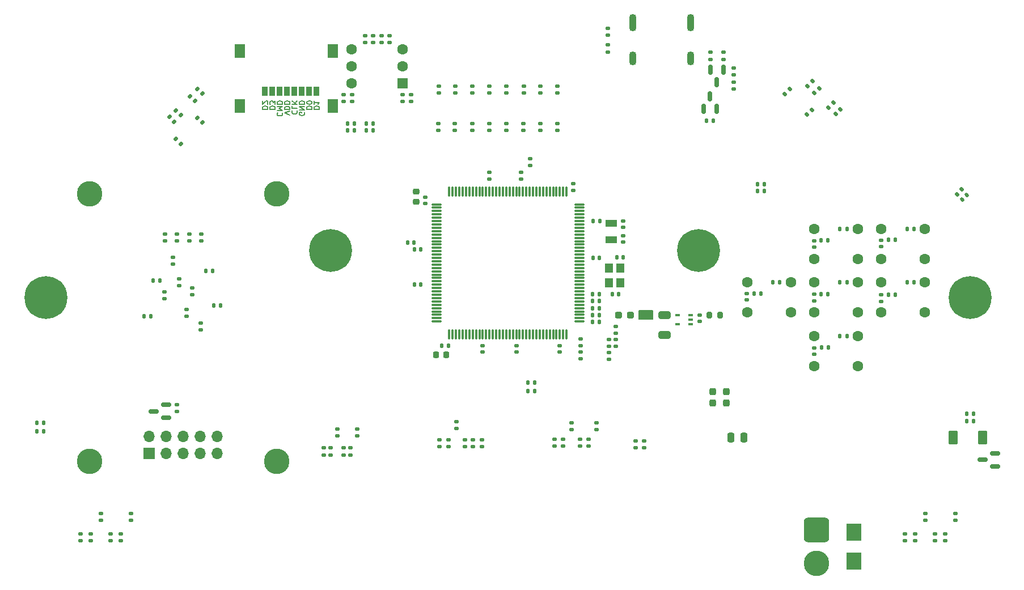
<source format=gbr>
%TF.GenerationSoftware,KiCad,Pcbnew,8.0.7*%
%TF.CreationDate,2025-04-13T15:12:29-04:00*%
%TF.ProjectId,control,636f6e74-726f-46c2-9e6b-696361645f70,rev?*%
%TF.SameCoordinates,Original*%
%TF.FileFunction,Soldermask,Bot*%
%TF.FilePolarity,Negative*%
%FSLAX46Y46*%
G04 Gerber Fmt 4.6, Leading zero omitted, Abs format (unit mm)*
G04 Created by KiCad (PCBNEW 8.0.7) date 2025-04-13 15:12:29*
%MOMM*%
%LPD*%
G01*
G04 APERTURE LIST*
G04 Aperture macros list*
%AMRoundRect*
0 Rectangle with rounded corners*
0 $1 Rounding radius*
0 $2 $3 $4 $5 $6 $7 $8 $9 X,Y pos of 4 corners*
0 Add a 4 corners polygon primitive as box body*
4,1,4,$2,$3,$4,$5,$6,$7,$8,$9,$2,$3,0*
0 Add four circle primitives for the rounded corners*
1,1,$1+$1,$2,$3*
1,1,$1+$1,$4,$5*
1,1,$1+$1,$6,$7*
1,1,$1+$1,$8,$9*
0 Add four rect primitives between the rounded corners*
20,1,$1+$1,$2,$3,$4,$5,0*
20,1,$1+$1,$4,$5,$6,$7,0*
20,1,$1+$1,$6,$7,$8,$9,0*
20,1,$1+$1,$8,$9,$2,$3,0*%
%AMFreePoly0*
4,1,6,1.037000,0.000000,0.437000,-0.600000,-0.150000,-0.600000,-0.150000,0.600000,0.437000,0.600000,1.037000,0.000000,1.037000,0.000000,$1*%
%AMFreePoly1*
4,1,6,0.150000,-0.600000,-1.037000,-0.600000,-0.437000,0.000000,-1.037000,0.600000,0.150000,0.600000,0.150000,-0.600000,0.150000,-0.600000,$1*%
G04 Aperture macros list end*
%ADD10C,0.150000*%
%ADD11C,0.160000*%
%ADD12R,1.600000X1.600000*%
%ADD13C,1.600000*%
%ADD14C,3.600000*%
%ADD15C,6.400000*%
%ADD16O,1.100000X2.100000*%
%ADD17O,1.100000X2.600000*%
%ADD18C,3.800000*%
%ADD19R,1.700000X1.700000*%
%ADD20O,1.700000X1.700000*%
%ADD21RoundRect,0.140000X-0.170000X0.140000X-0.170000X-0.140000X0.170000X-0.140000X0.170000X0.140000X0*%
%ADD22RoundRect,0.135000X-0.135000X-0.185000X0.135000X-0.185000X0.135000X0.185000X-0.135000X0.185000X0*%
%ADD23RoundRect,0.135000X0.185000X-0.135000X0.185000X0.135000X-0.185000X0.135000X-0.185000X-0.135000X0*%
%ADD24RoundRect,0.135000X-0.185000X0.135000X-0.185000X-0.135000X0.185000X-0.135000X0.185000X0.135000X0*%
%ADD25RoundRect,0.140000X0.170000X-0.140000X0.170000X0.140000X-0.170000X0.140000X-0.170000X-0.140000X0*%
%ADD26RoundRect,0.237500X-0.237500X0.287500X-0.237500X-0.287500X0.237500X-0.287500X0.237500X0.287500X0*%
%ADD27RoundRect,0.150000X0.587500X0.150000X-0.587500X0.150000X-0.587500X-0.150000X0.587500X-0.150000X0*%
%ADD28RoundRect,0.150000X0.150000X-0.587500X0.150000X0.587500X-0.150000X0.587500X-0.150000X-0.587500X0*%
%ADD29RoundRect,0.140000X-0.140000X-0.170000X0.140000X-0.170000X0.140000X0.170000X-0.140000X0.170000X0*%
%ADD30RoundRect,0.135000X0.135000X0.185000X-0.135000X0.185000X-0.135000X-0.185000X0.135000X-0.185000X0*%
%ADD31RoundRect,0.135000X0.035355X-0.226274X0.226274X-0.035355X-0.035355X0.226274X-0.226274X0.035355X0*%
%ADD32FreePoly0,180.000000*%
%ADD33FreePoly1,180.000000*%
%ADD34RoundRect,0.225000X0.250000X-0.225000X0.250000X0.225000X-0.250000X0.225000X-0.250000X-0.225000X0*%
%ADD35RoundRect,0.237500X0.287500X0.237500X-0.287500X0.237500X-0.287500X-0.237500X0.287500X-0.237500X0*%
%ADD36RoundRect,0.200000X0.200000X0.275000X-0.200000X0.275000X-0.200000X-0.275000X0.200000X-0.275000X0*%
%ADD37RoundRect,0.135000X0.226274X0.035355X0.035355X0.226274X-0.226274X-0.035355X-0.035355X-0.226274X0*%
%ADD38RoundRect,0.140000X0.140000X0.170000X-0.140000X0.170000X-0.140000X-0.170000X0.140000X-0.170000X0*%
%ADD39R,1.200000X1.400000*%
%ADD40RoundRect,0.140000X-0.021213X0.219203X-0.219203X0.021213X0.021213X-0.219203X0.219203X-0.021213X0*%
%ADD41RoundRect,0.050000X0.400000X0.600000X-0.400000X0.600000X-0.400000X-0.600000X0.400000X-0.600000X0*%
%ADD42RoundRect,0.050000X0.750000X1.000000X-0.750000X1.000000X-0.750000X-1.000000X0.750000X-1.000000X0*%
%ADD43RoundRect,0.135000X-0.035355X0.226274X-0.226274X0.035355X0.035355X-0.226274X0.226274X-0.035355X0*%
%ADD44RoundRect,0.250000X0.250000X0.475000X-0.250000X0.475000X-0.250000X-0.475000X0.250000X-0.475000X0*%
%ADD45RoundRect,0.250000X-0.450000X-0.800000X0.450000X-0.800000X0.450000X0.800000X-0.450000X0.800000X0*%
%ADD46RoundRect,0.135000X-0.226274X-0.035355X-0.035355X-0.226274X0.226274X0.035355X0.035355X0.226274X0*%
%ADD47RoundRect,0.075000X0.662500X0.075000X-0.662500X0.075000X-0.662500X-0.075000X0.662500X-0.075000X0*%
%ADD48RoundRect,0.075000X0.075000X0.662500X-0.075000X0.662500X-0.075000X-0.662500X0.075000X-0.662500X0*%
%ADD49RoundRect,0.100000X0.225000X0.100000X-0.225000X0.100000X-0.225000X-0.100000X0.225000X-0.100000X0*%
%ADD50R,1.800000X1.000000*%
%ADD51R,2.300000X2.500000*%
%ADD52RoundRect,0.150000X-0.150000X0.587500X-0.150000X-0.587500X0.150000X-0.587500X0.150000X0.587500X0*%
%ADD53RoundRect,0.760000X-1.140000X1.140000X-1.140000X-1.140000X1.140000X-1.140000X1.140000X1.140000X0*%
%ADD54RoundRect,0.250000X-0.650000X0.325000X-0.650000X-0.325000X0.650000X-0.325000X0.650000X0.325000X0*%
%ADD55RoundRect,0.225000X0.225000X0.250000X-0.225000X0.250000X-0.225000X-0.250000X0.225000X-0.250000X0*%
G04 APERTURE END LIST*
D10*
X121057704Y-76879636D02*
X121857704Y-76879636D01*
X121857704Y-76879636D02*
X121857704Y-76689160D01*
X121857704Y-76689160D02*
X121819609Y-76574874D01*
X121819609Y-76574874D02*
X121743419Y-76498684D01*
X121743419Y-76498684D02*
X121667228Y-76460589D01*
X121667228Y-76460589D02*
X121514847Y-76422493D01*
X121514847Y-76422493D02*
X121400561Y-76422493D01*
X121400561Y-76422493D02*
X121248180Y-76460589D01*
X121248180Y-76460589D02*
X121171990Y-76498684D01*
X121171990Y-76498684D02*
X121095800Y-76574874D01*
X121095800Y-76574874D02*
X121057704Y-76689160D01*
X121057704Y-76689160D02*
X121057704Y-76879636D01*
X121057704Y-75660589D02*
X121057704Y-76117732D01*
X121057704Y-75889160D02*
X121857704Y-75889160D01*
X121857704Y-75889160D02*
X121743419Y-75965351D01*
X121743419Y-75965351D02*
X121667228Y-76041541D01*
X121667228Y-76041541D02*
X121629133Y-76117732D01*
X113357704Y-76879636D02*
X114157704Y-76879636D01*
X114157704Y-76879636D02*
X114157704Y-76689160D01*
X114157704Y-76689160D02*
X114119609Y-76574874D01*
X114119609Y-76574874D02*
X114043419Y-76498684D01*
X114043419Y-76498684D02*
X113967228Y-76460589D01*
X113967228Y-76460589D02*
X113814847Y-76422493D01*
X113814847Y-76422493D02*
X113700561Y-76422493D01*
X113700561Y-76422493D02*
X113548180Y-76460589D01*
X113548180Y-76460589D02*
X113471990Y-76498684D01*
X113471990Y-76498684D02*
X113395800Y-76574874D01*
X113395800Y-76574874D02*
X113357704Y-76689160D01*
X113357704Y-76689160D02*
X113357704Y-76879636D01*
X114081514Y-76117732D02*
X114119609Y-76079636D01*
X114119609Y-76079636D02*
X114157704Y-76003446D01*
X114157704Y-76003446D02*
X114157704Y-75812970D01*
X114157704Y-75812970D02*
X114119609Y-75736779D01*
X114119609Y-75736779D02*
X114081514Y-75698684D01*
X114081514Y-75698684D02*
X114005323Y-75660589D01*
X114005323Y-75660589D02*
X113929133Y-75660589D01*
X113929133Y-75660589D02*
X113814847Y-75698684D01*
X113814847Y-75698684D02*
X113357704Y-76155827D01*
X113357704Y-76155827D02*
X113357704Y-75660589D01*
X119957704Y-76879636D02*
X120757704Y-76879636D01*
X120757704Y-76879636D02*
X120757704Y-76689160D01*
X120757704Y-76689160D02*
X120719609Y-76574874D01*
X120719609Y-76574874D02*
X120643419Y-76498684D01*
X120643419Y-76498684D02*
X120567228Y-76460589D01*
X120567228Y-76460589D02*
X120414847Y-76422493D01*
X120414847Y-76422493D02*
X120300561Y-76422493D01*
X120300561Y-76422493D02*
X120148180Y-76460589D01*
X120148180Y-76460589D02*
X120071990Y-76498684D01*
X120071990Y-76498684D02*
X119995800Y-76574874D01*
X119995800Y-76574874D02*
X119957704Y-76689160D01*
X119957704Y-76689160D02*
X119957704Y-76879636D01*
X120757704Y-75927255D02*
X120757704Y-75851065D01*
X120757704Y-75851065D02*
X120719609Y-75774874D01*
X120719609Y-75774874D02*
X120681514Y-75736779D01*
X120681514Y-75736779D02*
X120605323Y-75698684D01*
X120605323Y-75698684D02*
X120452942Y-75660589D01*
X120452942Y-75660589D02*
X120262466Y-75660589D01*
X120262466Y-75660589D02*
X120110085Y-75698684D01*
X120110085Y-75698684D02*
X120033895Y-75736779D01*
X120033895Y-75736779D02*
X119995800Y-75774874D01*
X119995800Y-75774874D02*
X119957704Y-75851065D01*
X119957704Y-75851065D02*
X119957704Y-75927255D01*
X119957704Y-75927255D02*
X119995800Y-76003446D01*
X119995800Y-76003446D02*
X120033895Y-76041541D01*
X120033895Y-76041541D02*
X120110085Y-76079636D01*
X120110085Y-76079636D02*
X120262466Y-76117732D01*
X120262466Y-76117732D02*
X120452942Y-76117732D01*
X120452942Y-76117732D02*
X120605323Y-76079636D01*
X120605323Y-76079636D02*
X120681514Y-76041541D01*
X120681514Y-76041541D02*
X120719609Y-76003446D01*
X120719609Y-76003446D02*
X120757704Y-75927255D01*
X115633895Y-77374874D02*
X115595800Y-77412970D01*
X115595800Y-77412970D02*
X115557704Y-77527255D01*
X115557704Y-77527255D02*
X115557704Y-77603446D01*
X115557704Y-77603446D02*
X115595800Y-77717732D01*
X115595800Y-77717732D02*
X115671990Y-77793922D01*
X115671990Y-77793922D02*
X115748180Y-77832017D01*
X115748180Y-77832017D02*
X115900561Y-77870113D01*
X115900561Y-77870113D02*
X116014847Y-77870113D01*
X116014847Y-77870113D02*
X116167228Y-77832017D01*
X116167228Y-77832017D02*
X116243419Y-77793922D01*
X116243419Y-77793922D02*
X116319609Y-77717732D01*
X116319609Y-77717732D02*
X116357704Y-77603446D01*
X116357704Y-77603446D02*
X116357704Y-77527255D01*
X116357704Y-77527255D02*
X116319609Y-77412970D01*
X116319609Y-77412970D02*
X116281514Y-77374874D01*
X115557704Y-77032017D02*
X116357704Y-77032017D01*
X116357704Y-77032017D02*
X115786276Y-76765351D01*
X115786276Y-76765351D02*
X116357704Y-76498684D01*
X116357704Y-76498684D02*
X115557704Y-76498684D01*
X115557704Y-76117731D02*
X116357704Y-76117731D01*
X116357704Y-76117731D02*
X116357704Y-75927255D01*
X116357704Y-75927255D02*
X116319609Y-75812969D01*
X116319609Y-75812969D02*
X116243419Y-75736779D01*
X116243419Y-75736779D02*
X116167228Y-75698684D01*
X116167228Y-75698684D02*
X116014847Y-75660588D01*
X116014847Y-75660588D02*
X115900561Y-75660588D01*
X115900561Y-75660588D02*
X115748180Y-75698684D01*
X115748180Y-75698684D02*
X115671990Y-75736779D01*
X115671990Y-75736779D02*
X115595800Y-75812969D01*
X115595800Y-75812969D02*
X115557704Y-75927255D01*
X115557704Y-75927255D02*
X115557704Y-76117731D01*
X114457704Y-76879636D02*
X115257704Y-76879636D01*
X115257704Y-76879636D02*
X115257704Y-76689160D01*
X115257704Y-76689160D02*
X115219609Y-76574874D01*
X115219609Y-76574874D02*
X115143419Y-76498684D01*
X115143419Y-76498684D02*
X115067228Y-76460589D01*
X115067228Y-76460589D02*
X114914847Y-76422493D01*
X114914847Y-76422493D02*
X114800561Y-76422493D01*
X114800561Y-76422493D02*
X114648180Y-76460589D01*
X114648180Y-76460589D02*
X114571990Y-76498684D01*
X114571990Y-76498684D02*
X114495800Y-76574874D01*
X114495800Y-76574874D02*
X114457704Y-76689160D01*
X114457704Y-76689160D02*
X114457704Y-76879636D01*
X115257704Y-76155827D02*
X115257704Y-75660589D01*
X115257704Y-75660589D02*
X114952942Y-75927255D01*
X114952942Y-75927255D02*
X114952942Y-75812970D01*
X114952942Y-75812970D02*
X114914847Y-75736779D01*
X114914847Y-75736779D02*
X114876752Y-75698684D01*
X114876752Y-75698684D02*
X114800561Y-75660589D01*
X114800561Y-75660589D02*
X114610085Y-75660589D01*
X114610085Y-75660589D02*
X114533895Y-75698684D01*
X114533895Y-75698684D02*
X114495800Y-75736779D01*
X114495800Y-75736779D02*
X114457704Y-75812970D01*
X114457704Y-75812970D02*
X114457704Y-76041541D01*
X114457704Y-76041541D02*
X114495800Y-76117732D01*
X114495800Y-76117732D02*
X114533895Y-76155827D01*
X117457704Y-77717731D02*
X116657704Y-77451064D01*
X116657704Y-77451064D02*
X117457704Y-77184398D01*
X116657704Y-76917731D02*
X117457704Y-76917731D01*
X117457704Y-76917731D02*
X117457704Y-76727255D01*
X117457704Y-76727255D02*
X117419609Y-76612969D01*
X117419609Y-76612969D02*
X117343419Y-76536779D01*
X117343419Y-76536779D02*
X117267228Y-76498684D01*
X117267228Y-76498684D02*
X117114847Y-76460588D01*
X117114847Y-76460588D02*
X117000561Y-76460588D01*
X117000561Y-76460588D02*
X116848180Y-76498684D01*
X116848180Y-76498684D02*
X116771990Y-76536779D01*
X116771990Y-76536779D02*
X116695800Y-76612969D01*
X116695800Y-76612969D02*
X116657704Y-76727255D01*
X116657704Y-76727255D02*
X116657704Y-76917731D01*
X116657704Y-76117731D02*
X117457704Y-76117731D01*
X117457704Y-76117731D02*
X117457704Y-75927255D01*
X117457704Y-75927255D02*
X117419609Y-75812969D01*
X117419609Y-75812969D02*
X117343419Y-75736779D01*
X117343419Y-75736779D02*
X117267228Y-75698684D01*
X117267228Y-75698684D02*
X117114847Y-75660588D01*
X117114847Y-75660588D02*
X117000561Y-75660588D01*
X117000561Y-75660588D02*
X116848180Y-75698684D01*
X116848180Y-75698684D02*
X116771990Y-75736779D01*
X116771990Y-75736779D02*
X116695800Y-75812969D01*
X116695800Y-75812969D02*
X116657704Y-75927255D01*
X116657704Y-75927255D02*
X116657704Y-76117731D01*
X117833895Y-77108207D02*
X117795800Y-77146303D01*
X117795800Y-77146303D02*
X117757704Y-77260588D01*
X117757704Y-77260588D02*
X117757704Y-77336779D01*
X117757704Y-77336779D02*
X117795800Y-77451065D01*
X117795800Y-77451065D02*
X117871990Y-77527255D01*
X117871990Y-77527255D02*
X117948180Y-77565350D01*
X117948180Y-77565350D02*
X118100561Y-77603446D01*
X118100561Y-77603446D02*
X118214847Y-77603446D01*
X118214847Y-77603446D02*
X118367228Y-77565350D01*
X118367228Y-77565350D02*
X118443419Y-77527255D01*
X118443419Y-77527255D02*
X118519609Y-77451065D01*
X118519609Y-77451065D02*
X118557704Y-77336779D01*
X118557704Y-77336779D02*
X118557704Y-77260588D01*
X118557704Y-77260588D02*
X118519609Y-77146303D01*
X118519609Y-77146303D02*
X118481514Y-77108207D01*
X117757704Y-76384398D02*
X117757704Y-76765350D01*
X117757704Y-76765350D02*
X118557704Y-76765350D01*
X117757704Y-76117731D02*
X118557704Y-76117731D01*
X117757704Y-75660588D02*
X118214847Y-76003446D01*
X118557704Y-75660588D02*
X118100561Y-76117731D01*
X119619609Y-77336779D02*
X119657704Y-77412969D01*
X119657704Y-77412969D02*
X119657704Y-77527255D01*
X119657704Y-77527255D02*
X119619609Y-77641541D01*
X119619609Y-77641541D02*
X119543419Y-77717731D01*
X119543419Y-77717731D02*
X119467228Y-77755826D01*
X119467228Y-77755826D02*
X119314847Y-77793922D01*
X119314847Y-77793922D02*
X119200561Y-77793922D01*
X119200561Y-77793922D02*
X119048180Y-77755826D01*
X119048180Y-77755826D02*
X118971990Y-77717731D01*
X118971990Y-77717731D02*
X118895800Y-77641541D01*
X118895800Y-77641541D02*
X118857704Y-77527255D01*
X118857704Y-77527255D02*
X118857704Y-77451064D01*
X118857704Y-77451064D02*
X118895800Y-77336779D01*
X118895800Y-77336779D02*
X118933895Y-77298683D01*
X118933895Y-77298683D02*
X119200561Y-77298683D01*
X119200561Y-77298683D02*
X119200561Y-77451064D01*
X118857704Y-76955826D02*
X119657704Y-76955826D01*
X119657704Y-76955826D02*
X118857704Y-76498683D01*
X118857704Y-76498683D02*
X119657704Y-76498683D01*
X118857704Y-76117731D02*
X119657704Y-76117731D01*
X119657704Y-76117731D02*
X119657704Y-75927255D01*
X119657704Y-75927255D02*
X119619609Y-75812969D01*
X119619609Y-75812969D02*
X119543419Y-75736779D01*
X119543419Y-75736779D02*
X119467228Y-75698684D01*
X119467228Y-75698684D02*
X119314847Y-75660588D01*
X119314847Y-75660588D02*
X119200561Y-75660588D01*
X119200561Y-75660588D02*
X119048180Y-75698684D01*
X119048180Y-75698684D02*
X118971990Y-75736779D01*
X118971990Y-75736779D02*
X118895800Y-75812969D01*
X118895800Y-75812969D02*
X118857704Y-75927255D01*
X118857704Y-75927255D02*
X118857704Y-76117731D01*
D11*
%TO.C,JP1*%
X171600000Y-108200000D02*
X169600000Y-108200000D01*
X169600000Y-107000000D01*
X171600000Y-107000000D01*
X171600000Y-108200000D01*
G36*
X171600000Y-108200000D02*
G01*
X169600000Y-108200000D01*
X169600000Y-107000000D01*
X171600000Y-107000000D01*
X171600000Y-108200000D01*
G37*
%TD*%
D12*
%TO.C,SW4*%
X134310000Y-73040000D03*
D13*
X134310000Y-67960000D03*
X126690000Y-67960000D03*
X126690000Y-73040000D03*
X134310000Y-70500000D03*
X126690000Y-70500000D03*
%TD*%
%TO.C,SW11*%
X185730000Y-102750000D03*
X192230000Y-102750000D03*
X185730000Y-107250000D03*
X192230000Y-107250000D03*
%TD*%
%TO.C,SW8*%
X195750000Y-102750000D03*
X202250000Y-102750000D03*
X195750000Y-107250000D03*
X202250000Y-107250000D03*
%TD*%
D14*
%TO.C,H1*%
X81000000Y-105000000D03*
D15*
X81000000Y-105000000D03*
%TD*%
D16*
%TO.C,P1*%
X177320000Y-69305000D03*
D17*
X177320000Y-63945000D03*
D16*
X168680000Y-69305000D03*
D17*
X168680000Y-63945000D03*
%TD*%
D13*
%TO.C,SW12*%
X195750000Y-94750000D03*
X202250000Y-94750000D03*
X195750000Y-99250000D03*
X202250000Y-99250000D03*
%TD*%
D18*
%TO.C,H5*%
X115500000Y-89500000D03*
%TD*%
D14*
%TO.C,H4*%
X178500000Y-98000000D03*
D15*
X178500000Y-98000000D03*
%TD*%
D13*
%TO.C,SW10*%
X205750000Y-102750000D03*
X212250000Y-102750000D03*
X205750000Y-107250000D03*
X212250000Y-107250000D03*
%TD*%
D18*
%TO.C,H7*%
X115500000Y-129500000D03*
%TD*%
D13*
%TO.C,SW7*%
X205750000Y-94750000D03*
X212250000Y-94750000D03*
X205750000Y-99250000D03*
X212250000Y-99250000D03*
%TD*%
%TO.C,SW9*%
X195750000Y-110750000D03*
X202250000Y-110750000D03*
X195750000Y-115250000D03*
X202250000Y-115250000D03*
%TD*%
D14*
%TO.C,H2*%
X219000000Y-105000000D03*
D15*
X219000000Y-105000000D03*
%TD*%
D18*
%TO.C,H8*%
X87500000Y-129500000D03*
%TD*%
%TO.C,H6*%
X87500000Y-89500000D03*
%TD*%
D14*
%TO.C,H3*%
X123500000Y-98000000D03*
D15*
X123500000Y-98000000D03*
%TD*%
D19*
%TO.C,J15*%
X96425000Y-128275000D03*
D20*
X96425000Y-125735000D03*
X98965000Y-128275000D03*
X98965000Y-125735000D03*
X101505000Y-128275000D03*
X101505000Y-125735000D03*
X104045000Y-128275000D03*
X104045000Y-125735000D03*
X106585000Y-128275000D03*
X106585000Y-125735000D03*
%TD*%
D21*
%TO.C,C35*%
X205700000Y-104620000D03*
X205700000Y-105580000D03*
%TD*%
D22*
%TO.C,R71*%
X96990000Y-102500000D03*
X98010000Y-102500000D03*
%TD*%
D23*
%TO.C,R111*%
X104200000Y-96510000D03*
X104200000Y-95490000D03*
%TD*%
D24*
%TO.C,R90*%
X147250000Y-78990000D03*
X147250000Y-80010000D03*
%TD*%
%TO.C,R63*%
X125500000Y-74690000D03*
X125500000Y-75710000D03*
%TD*%
D25*
%TO.C,C23*%
X137650000Y-90980000D03*
X137650000Y-90020000D03*
%TD*%
D26*
%TO.C,F7*%
X182600000Y-119025000D03*
X182600000Y-120775000D03*
%TD*%
D24*
%TO.C,R47*%
X163250000Y-123690000D03*
X163250000Y-124710000D03*
%TD*%
D27*
%TO.C,Q4*%
X98937500Y-121037500D03*
X98937500Y-122937500D03*
X97062500Y-121987500D03*
%TD*%
D23*
%TO.C,R65*%
X100000000Y-100010000D03*
X100000000Y-98990000D03*
%TD*%
D28*
%TO.C,Q2*%
X181150000Y-76850000D03*
X179250000Y-76850000D03*
X180200000Y-74975000D03*
%TD*%
D23*
%TO.C,R82*%
X104100000Y-109810000D03*
X104100000Y-108790000D03*
%TD*%
%TO.C,R6*%
X183700000Y-73860000D03*
X183700000Y-72840000D03*
%TD*%
D22*
%TO.C,R87*%
X206790000Y-96400000D03*
X207810000Y-96400000D03*
%TD*%
D25*
%TO.C,C3*%
X167200000Y-96730000D03*
X167200000Y-95770000D03*
%TD*%
D29*
%TO.C,C17*%
X162670000Y-104500000D03*
X163630000Y-104500000D03*
%TD*%
D24*
%TO.C,R19*%
X93700000Y-137290000D03*
X93700000Y-138310000D03*
%TD*%
%TO.C,R89*%
X149750000Y-78990000D03*
X149750000Y-80010000D03*
%TD*%
%TO.C,R122*%
X124500000Y-124690000D03*
X124500000Y-125710000D03*
%TD*%
D30*
%TO.C,R94*%
X200610000Y-102750000D03*
X199590000Y-102750000D03*
%TD*%
D31*
%TO.C,R35*%
X191350000Y-74600000D03*
X192071248Y-73878752D03*
%TD*%
D32*
%TO.C,JP1*%
X171450000Y-107600000D03*
D33*
X169750000Y-107600000D03*
%TD*%
D34*
%TO.C,C15*%
X136320000Y-90695000D03*
X136320000Y-89145000D03*
%TD*%
D24*
%TO.C,R18*%
X89200000Y-137290000D03*
X89200000Y-138310000D03*
%TD*%
%TO.C,R59*%
X126700000Y-74690000D03*
X126700000Y-75710000D03*
%TD*%
D30*
%TO.C,R107*%
X200610000Y-110750000D03*
X199590000Y-110750000D03*
%TD*%
D24*
%TO.C,R99*%
X154850000Y-73440000D03*
X154850000Y-74460000D03*
%TD*%
D23*
%TO.C,R51*%
X143600000Y-127310000D03*
X143600000Y-126290000D03*
%TD*%
D24*
%TO.C,R125*%
X122500000Y-127490000D03*
X122500000Y-128510000D03*
%TD*%
D35*
%TO.C,F8*%
X168275000Y-107600000D03*
X166525000Y-107600000D03*
%TD*%
D21*
%TO.C,C36*%
X185700000Y-104420000D03*
X185700000Y-105380000D03*
%TD*%
%TO.C,C34*%
X195700000Y-112520000D03*
X195700000Y-113480000D03*
%TD*%
D36*
%TO.C,L1*%
X181725000Y-107600000D03*
X180075000Y-107600000D03*
%TD*%
D31*
%TO.C,R36*%
X197889376Y-76610624D03*
X198610624Y-75889376D03*
%TD*%
D24*
%TO.C,R98*%
X157400000Y-73440000D03*
X157400000Y-74460000D03*
%TD*%
%TO.C,R58*%
X170350000Y-126390000D03*
X170350000Y-127410000D03*
%TD*%
D37*
%TO.C,R30*%
X103260624Y-75660624D03*
X102539376Y-74939376D03*
%TD*%
D30*
%TO.C,R115*%
X190610000Y-102750000D03*
X189590000Y-102750000D03*
%TD*%
%TO.C,R25*%
X188310000Y-88100000D03*
X187290000Y-88100000D03*
%TD*%
D21*
%TO.C,C4*%
X167200000Y-93570000D03*
X167200000Y-94530000D03*
%TD*%
D24*
%TO.C,R103*%
X144700000Y-73440000D03*
X144700000Y-74460000D03*
%TD*%
D29*
%TO.C,C8*%
X162670000Y-108650000D03*
X163630000Y-108650000D03*
%TD*%
D38*
%TO.C,C6*%
X135980000Y-96800000D03*
X135020000Y-96800000D03*
%TD*%
D21*
%TO.C,C32*%
X205700000Y-96420000D03*
X205700000Y-97380000D03*
%TD*%
D24*
%TO.C,R85*%
X154850000Y-78990000D03*
X154850000Y-80010000D03*
%TD*%
D21*
%TO.C,C19*%
X151250000Y-112200000D03*
X151250000Y-113160000D03*
%TD*%
D24*
%TO.C,R4*%
X180250000Y-68390000D03*
X180250000Y-69410000D03*
%TD*%
D39*
%TO.C,Y2*%
X165100000Y-102850000D03*
X165100000Y-100650000D03*
X166800000Y-100650000D03*
X166800000Y-102850000D03*
%TD*%
D24*
%TO.C,R124*%
X123500000Y-127490000D03*
X123500000Y-128510000D03*
%TD*%
D22*
%TO.C,R77*%
X126090000Y-79000000D03*
X127110000Y-79000000D03*
%TD*%
D24*
%TO.C,R13*%
X165050000Y-113190000D03*
X165050000Y-114210000D03*
%TD*%
D37*
%TO.C,R28*%
X104360624Y-78860624D03*
X103639376Y-78139376D03*
%TD*%
D30*
%TO.C,R62*%
X80710000Y-123700000D03*
X79690000Y-123700000D03*
%TD*%
D40*
%TO.C,C13*%
X218539411Y-89660589D03*
X217860589Y-90339411D03*
%TD*%
D30*
%TO.C,R93*%
X210610000Y-94750000D03*
X209590000Y-94750000D03*
%TD*%
%TO.C,R24*%
X188310000Y-89100000D03*
X187290000Y-89100000D03*
%TD*%
D24*
%TO.C,R100*%
X152350000Y-73440000D03*
X152350000Y-74460000D03*
%TD*%
D29*
%TO.C,C7*%
X162670000Y-107650000D03*
X163630000Y-107650000D03*
%TD*%
D27*
%TO.C,Q3*%
X222737500Y-128300000D03*
X222737500Y-130200000D03*
X220862500Y-129250000D03*
%TD*%
D24*
%TO.C,R5*%
X182150000Y-68390000D03*
X182150000Y-69410000D03*
%TD*%
D38*
%TO.C,C5*%
X136980000Y-97800000D03*
X136020000Y-97800000D03*
%TD*%
D41*
%TO.C,J1*%
X113720000Y-74200000D03*
X114820000Y-74200000D03*
X115920000Y-74200000D03*
X117020000Y-74200000D03*
X118120000Y-74200000D03*
X119220000Y-74200000D03*
X120320000Y-74200000D03*
X121420000Y-74200000D03*
D42*
X123890000Y-68200000D03*
X123890000Y-76400000D03*
X110000000Y-68200000D03*
X110000000Y-76400000D03*
%TD*%
D43*
%TO.C,R33*%
X196500000Y-73750000D03*
X195778752Y-74471248D03*
%TD*%
D25*
%TO.C,C24*%
X147250000Y-87280000D03*
X147250000Y-86320000D03*
%TD*%
D23*
%TO.C,R7*%
X183700000Y-71760000D03*
X183700000Y-70740000D03*
%TD*%
D24*
%TO.C,R68*%
X132300000Y-65890000D03*
X132300000Y-66910000D03*
%TD*%
D23*
%TO.C,R120*%
X126500000Y-128510000D03*
X126500000Y-127490000D03*
%TD*%
D24*
%TO.C,R10*%
X165050000Y-111240000D03*
X165050000Y-112260000D03*
%TD*%
D22*
%TO.C,R106*%
X196840000Y-112500000D03*
X197860000Y-112500000D03*
%TD*%
%TO.C,R88*%
X196790000Y-104500000D03*
X197810000Y-104500000D03*
%TD*%
D26*
%TO.C,F6*%
X180600000Y-119025000D03*
X180600000Y-120775000D03*
%TD*%
D24*
%TO.C,R64*%
X134300000Y-74690000D03*
X134300000Y-75710000D03*
%TD*%
D23*
%TO.C,R108*%
X98800000Y-96510000D03*
X98800000Y-95490000D03*
%TD*%
%TO.C,R38*%
X215300000Y-141310000D03*
X215300000Y-140290000D03*
%TD*%
D24*
%TO.C,R101*%
X149800000Y-73440000D03*
X149800000Y-74460000D03*
%TD*%
%TO.C,R105*%
X139650000Y-73440000D03*
X139650000Y-74460000D03*
%TD*%
D44*
%TO.C,C38*%
X185200000Y-125950000D03*
X183300000Y-125950000D03*
%TD*%
D23*
%TO.C,R76*%
X102000000Y-107810000D03*
X102000000Y-106790000D03*
%TD*%
%TO.C,R79*%
X98700000Y-105210000D03*
X98700000Y-104190000D03*
%TD*%
D24*
%TO.C,R69*%
X128700000Y-65890000D03*
X128700000Y-66910000D03*
%TD*%
D45*
%TO.C,D9*%
X216500000Y-125900000D03*
X220900000Y-125900000D03*
%TD*%
D38*
%TO.C,C21*%
X141100000Y-112250000D03*
X140140000Y-112250000D03*
%TD*%
D22*
%TO.C,R113*%
X186790000Y-104400000D03*
X187810000Y-104400000D03*
%TD*%
D31*
%TO.C,R37*%
X198928752Y-77621248D03*
X199650000Y-76900000D03*
%TD*%
D23*
%TO.C,R17*%
X90700000Y-141310000D03*
X90700000Y-140290000D03*
%TD*%
D46*
%TO.C,R26*%
X99439376Y-78039376D03*
X100160624Y-78760624D03*
%TD*%
D23*
%TO.C,R56*%
X169100000Y-127410000D03*
X169100000Y-126390000D03*
%TD*%
D22*
%TO.C,R81*%
X95690000Y-107800000D03*
X96710000Y-107800000D03*
%TD*%
D24*
%TO.C,R55*%
X139800000Y-126290000D03*
X139800000Y-127310000D03*
%TD*%
D22*
%TO.C,R22*%
X152990000Y-117700000D03*
X154010000Y-117700000D03*
%TD*%
%TO.C,R66*%
X104890000Y-101000000D03*
X105910000Y-101000000D03*
%TD*%
D24*
%TO.C,R119*%
X100600000Y-121040000D03*
X100600000Y-122060000D03*
%TD*%
%TO.C,R54*%
X141100000Y-126290000D03*
X141100000Y-127310000D03*
%TD*%
%TO.C,R70*%
X131100000Y-65890000D03*
X131100000Y-66910000D03*
%TD*%
%TO.C,R102*%
X147250000Y-73440000D03*
X147250000Y-74460000D03*
%TD*%
D30*
%TO.C,R117*%
X200610000Y-94750000D03*
X199590000Y-94750000D03*
%TD*%
D21*
%TO.C,C20*%
X146250000Y-112200000D03*
X146250000Y-113160000D03*
%TD*%
D24*
%TO.C,R41*%
X216800000Y-137290000D03*
X216800000Y-138310000D03*
%TD*%
D25*
%TO.C,C25*%
X152000000Y-87280000D03*
X152000000Y-86320000D03*
%TD*%
D24*
%TO.C,R48*%
X158250000Y-126190000D03*
X158250000Y-127210000D03*
%TD*%
D29*
%TO.C,C26*%
X162750000Y-93600000D03*
X163710000Y-93600000D03*
%TD*%
D21*
%TO.C,C18*%
X157750000Y-112200000D03*
X157750000Y-113160000D03*
%TD*%
D22*
%TO.C,R96*%
X218490000Y-123450000D03*
X219510000Y-123450000D03*
%TD*%
D21*
%TO.C,C30*%
X178600000Y-107620000D03*
X178600000Y-108580000D03*
%TD*%
D25*
%TO.C,C27*%
X159750000Y-88980000D03*
X159750000Y-88020000D03*
%TD*%
D22*
%TO.C,R116*%
X196790000Y-96500000D03*
X197810000Y-96500000D03*
%TD*%
%TO.C,R74*%
X128890000Y-79000000D03*
X129910000Y-79000000D03*
%TD*%
D30*
%TO.C,R114*%
X210610000Y-102750000D03*
X209590000Y-102750000D03*
%TD*%
D29*
%TO.C,C16*%
X162720000Y-99100000D03*
X163680000Y-99100000D03*
%TD*%
D24*
%TO.C,R46*%
X159500000Y-123690000D03*
X159500000Y-124710000D03*
%TD*%
D23*
%TO.C,R72*%
X102900000Y-104610000D03*
X102900000Y-103590000D03*
%TD*%
D24*
%TO.C,R42*%
X210800000Y-140290000D03*
X210800000Y-141310000D03*
%TD*%
D31*
%TO.C,R2*%
X217039376Y-89560624D03*
X217760624Y-88839376D03*
%TD*%
D23*
%TO.C,R50*%
X144800000Y-127310000D03*
X144800000Y-126290000D03*
%TD*%
D24*
%TO.C,R104*%
X142150000Y-73440000D03*
X142150000Y-74460000D03*
%TD*%
D21*
%TO.C,C33*%
X195700000Y-104520000D03*
X195700000Y-105480000D03*
%TD*%
D23*
%TO.C,R109*%
X100600000Y-96510000D03*
X100600000Y-95490000D03*
%TD*%
%TO.C,R44*%
X162000000Y-127210000D03*
X162000000Y-126190000D03*
%TD*%
D37*
%TO.C,R31*%
X104360624Y-74560624D03*
X103639376Y-73839376D03*
%TD*%
D24*
%TO.C,R11*%
X160850000Y-111199999D03*
X160850000Y-112219999D03*
%TD*%
%TO.C,R49*%
X157000000Y-126190000D03*
X157000000Y-127210000D03*
%TD*%
D29*
%TO.C,C9*%
X162650000Y-105550000D03*
X163610000Y-105550000D03*
%TD*%
D38*
%TO.C,C12*%
X167230000Y-99000000D03*
X166270000Y-99000000D03*
%TD*%
D24*
%TO.C,R20*%
X87700000Y-140290000D03*
X87700000Y-141310000D03*
%TD*%
%TO.C,R1*%
X164900000Y-67290000D03*
X164900000Y-68310000D03*
%TD*%
%TO.C,R86*%
X152300000Y-78990000D03*
X152300000Y-80010000D03*
%TD*%
D47*
%TO.C,U1*%
X160662500Y-91087500D03*
X160662500Y-91587500D03*
X160662500Y-92087500D03*
X160662500Y-92587500D03*
X160662500Y-93087500D03*
X160662500Y-93587500D03*
X160662500Y-94087500D03*
X160662500Y-94587500D03*
X160662500Y-95087500D03*
X160662500Y-95587500D03*
X160662500Y-96087500D03*
X160662500Y-96587500D03*
X160662500Y-97087500D03*
X160662500Y-97587500D03*
X160662500Y-98087500D03*
X160662500Y-98587500D03*
X160662500Y-99087500D03*
X160662500Y-99587500D03*
X160662500Y-100087500D03*
X160662500Y-100587500D03*
X160662500Y-101087500D03*
X160662500Y-101587500D03*
X160662500Y-102087500D03*
X160662500Y-102587500D03*
X160662500Y-103087500D03*
X160662500Y-103587500D03*
X160662500Y-104087500D03*
X160662500Y-104587500D03*
X160662500Y-105087500D03*
X160662500Y-105587500D03*
X160662500Y-106087500D03*
X160662500Y-106587500D03*
X160662500Y-107087500D03*
X160662500Y-107587500D03*
X160662500Y-108087500D03*
X160662500Y-108587500D03*
D48*
X158750000Y-110500000D03*
X158250000Y-110500000D03*
X157750000Y-110500000D03*
X157250000Y-110500000D03*
X156750000Y-110500000D03*
X156250000Y-110500000D03*
X155750000Y-110500000D03*
X155250000Y-110500000D03*
X154750000Y-110500000D03*
X154250000Y-110500000D03*
X153750000Y-110500000D03*
X153250000Y-110500000D03*
X152750000Y-110500000D03*
X152250000Y-110500000D03*
X151750000Y-110500000D03*
X151250000Y-110500000D03*
X150750000Y-110500000D03*
X150250000Y-110500000D03*
X149750000Y-110500000D03*
X149250000Y-110500000D03*
X148750000Y-110500000D03*
X148250000Y-110500000D03*
X147750000Y-110500000D03*
X147250000Y-110500000D03*
X146750000Y-110500000D03*
X146250000Y-110500000D03*
X145750000Y-110500000D03*
X145250000Y-110500000D03*
X144750000Y-110500000D03*
X144250000Y-110500000D03*
X143750000Y-110500000D03*
X143250000Y-110500000D03*
X142750000Y-110500000D03*
X142250000Y-110500000D03*
X141750000Y-110500000D03*
X141250000Y-110500000D03*
D47*
X139337500Y-108587500D03*
X139337500Y-108087500D03*
X139337500Y-107587500D03*
X139337500Y-107087500D03*
X139337500Y-106587500D03*
X139337500Y-106087500D03*
X139337500Y-105587500D03*
X139337500Y-105087500D03*
X139337500Y-104587500D03*
X139337500Y-104087500D03*
X139337500Y-103587500D03*
X139337500Y-103087500D03*
X139337500Y-102587500D03*
X139337500Y-102087500D03*
X139337500Y-101587500D03*
X139337500Y-101087500D03*
X139337500Y-100587500D03*
X139337500Y-100087500D03*
X139337500Y-99587500D03*
X139337500Y-99087500D03*
X139337500Y-98587500D03*
X139337500Y-98087500D03*
X139337500Y-97587500D03*
X139337500Y-97087500D03*
X139337500Y-96587500D03*
X139337500Y-96087500D03*
X139337500Y-95587500D03*
X139337500Y-95087500D03*
X139337500Y-94587500D03*
X139337500Y-94087500D03*
X139337500Y-93587500D03*
X139337500Y-93087500D03*
X139337500Y-92587500D03*
X139337500Y-92087500D03*
X139337500Y-91587500D03*
X139337500Y-91087500D03*
D48*
X141250000Y-89175000D03*
X141750000Y-89175000D03*
X142250000Y-89175000D03*
X142750000Y-89175000D03*
X143250000Y-89175000D03*
X143750000Y-89175000D03*
X144250000Y-89175000D03*
X144750000Y-89175000D03*
X145250000Y-89175000D03*
X145750000Y-89175000D03*
X146250000Y-89175000D03*
X146750000Y-89175000D03*
X147250000Y-89175000D03*
X147750000Y-89175000D03*
X148250000Y-89175000D03*
X148750000Y-89175000D03*
X149250000Y-89175000D03*
X149750000Y-89175000D03*
X150250000Y-89175000D03*
X150750000Y-89175000D03*
X151250000Y-89175000D03*
X151750000Y-89175000D03*
X152250000Y-89175000D03*
X152750000Y-89175000D03*
X153250000Y-89175000D03*
X153750000Y-89175000D03*
X154250000Y-89175000D03*
X154750000Y-89175000D03*
X155250000Y-89175000D03*
X155750000Y-89175000D03*
X156250000Y-89175000D03*
X156750000Y-89175000D03*
X157250000Y-89175000D03*
X157750000Y-89175000D03*
X158250000Y-89175000D03*
X158750000Y-89175000D03*
%TD*%
D24*
%TO.C,R95*%
X142100000Y-78990000D03*
X142100000Y-80010000D03*
%TD*%
%TO.C,R43*%
X209300000Y-140290000D03*
X209300000Y-141310000D03*
%TD*%
D21*
%TO.C,C37*%
X195700000Y-96520000D03*
X195700000Y-97480000D03*
%TD*%
D22*
%TO.C,R91*%
X218490000Y-122400000D03*
X219510000Y-122400000D03*
%TD*%
D49*
%TO.C,U3*%
X177250000Y-107650000D03*
X177250000Y-108300000D03*
X177250000Y-108950000D03*
X175350000Y-108950000D03*
X175350000Y-107650000D03*
%TD*%
D24*
%TO.C,R67*%
X129900000Y-65890000D03*
X129900000Y-66910000D03*
%TD*%
D23*
%TO.C,R73*%
X100900000Y-103210000D03*
X100900000Y-102190000D03*
%TD*%
%TO.C,R39*%
X213800000Y-141310000D03*
X213800000Y-140290000D03*
%TD*%
D43*
%TO.C,R32*%
X195460624Y-72689376D03*
X194739376Y-73410624D03*
%TD*%
D24*
%TO.C,R14*%
X160850000Y-113149999D03*
X160850000Y-114169999D03*
%TD*%
D22*
%TO.C,R75*%
X128890000Y-80000000D03*
X129910000Y-80000000D03*
%TD*%
%TO.C,R112*%
X206840000Y-104550000D03*
X207860000Y-104550000D03*
%TD*%
D23*
%TO.C,R118*%
X153300000Y-85310000D03*
X153300000Y-84290000D03*
%TD*%
D22*
%TO.C,R78*%
X126090000Y-80000000D03*
X127110000Y-80000000D03*
%TD*%
D37*
%TO.C,R29*%
X101160624Y-82060624D03*
X100439376Y-81339376D03*
%TD*%
D24*
%TO.C,R21*%
X86200000Y-140290000D03*
X86200000Y-141310000D03*
%TD*%
%TO.C,R92*%
X144700000Y-78990000D03*
X144700000Y-80010000D03*
%TD*%
%TO.C,R40*%
X212300000Y-137290000D03*
X212300000Y-138310000D03*
%TD*%
D29*
%TO.C,C11*%
X165600000Y-104500000D03*
X166560000Y-104500000D03*
%TD*%
D22*
%TO.C,R23*%
X152990000Y-119000000D03*
X154010000Y-119000000D03*
%TD*%
D30*
%TO.C,R61*%
X80710000Y-125000000D03*
X79690000Y-125000000D03*
%TD*%
D24*
%TO.C,R12*%
X166100000Y-111240000D03*
X166100000Y-112260000D03*
%TD*%
D22*
%TO.C,R80*%
X106090000Y-106200000D03*
X107110000Y-106200000D03*
%TD*%
D46*
%TO.C,R27*%
X100439376Y-77039376D03*
X101160624Y-77760624D03*
%TD*%
D29*
%TO.C,C10*%
X162650000Y-106600000D03*
X163610000Y-106600000D03*
%TD*%
D23*
%TO.C,R121*%
X125500000Y-128510000D03*
X125500000Y-127490000D03*
%TD*%
D50*
%TO.C,Y1*%
X165450000Y-96400000D03*
X165450000Y-93900000D03*
%TD*%
D24*
%TO.C,R84*%
X157400000Y-78990000D03*
X157400000Y-80010000D03*
%TD*%
D23*
%TO.C,R3*%
X164900000Y-65800001D03*
X164900000Y-64780001D03*
%TD*%
D38*
%TO.C,C22*%
X136980000Y-103100000D03*
X136020000Y-103100000D03*
%TD*%
D30*
%TO.C,R8*%
X180710000Y-78600000D03*
X179690000Y-78600000D03*
%TD*%
D23*
%TO.C,R53*%
X146100000Y-127310000D03*
X146100000Y-126290000D03*
%TD*%
D51*
%TO.C,D1*%
X201700000Y-140050000D03*
X201700000Y-144350000D03*
%TD*%
D52*
%TO.C,Q1*%
X180250000Y-70962500D03*
X182150000Y-70962500D03*
X181200000Y-72837500D03*
%TD*%
D23*
%TO.C,R16*%
X92200000Y-141310000D03*
X92200000Y-140290000D03*
%TD*%
D53*
%TO.C,J11*%
X196100000Y-139700000D03*
D18*
X196100000Y-144700000D03*
%TD*%
D54*
%TO.C,C31*%
X173400000Y-107625000D03*
X173400000Y-110575000D03*
%TD*%
D24*
%TO.C,R60*%
X135500000Y-74690000D03*
X135500000Y-75710000D03*
%TD*%
%TO.C,R97*%
X139600000Y-78990000D03*
X139600000Y-80010000D03*
%TD*%
D31*
%TO.C,R34*%
X194650000Y-77700000D03*
X195371248Y-76978752D03*
%TD*%
D24*
%TO.C,R123*%
X127500000Y-124690000D03*
X127500000Y-125710000D03*
%TD*%
%TO.C,R52*%
X142300000Y-123590000D03*
X142300000Y-124610000D03*
%TD*%
%TO.C,R9*%
X166100000Y-109290000D03*
X166100000Y-110310000D03*
%TD*%
D55*
%TO.C,C14*%
X140825000Y-113600000D03*
X139275000Y-113600000D03*
%TD*%
D23*
%TO.C,R45*%
X160750000Y-127210000D03*
X160750000Y-126190000D03*
%TD*%
%TO.C,R110*%
X102400000Y-96510000D03*
X102400000Y-95490000D03*
%TD*%
M02*

</source>
